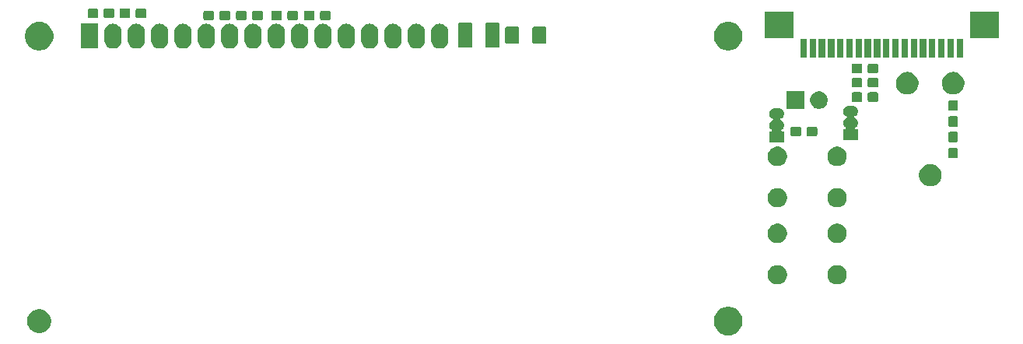
<source format=gbr>
G04 #@! TF.GenerationSoftware,KiCad,Pcbnew,5.1.5+dfsg1-2build2*
G04 #@! TF.CreationDate,2020-07-01T21:43:33+02:00*
G04 #@! TF.ProjectId,BaSe_HMI_V1_1,42615365-5f48-44d4-995f-56315f312e6b,V1_0*
G04 #@! TF.SameCoordinates,Original*
G04 #@! TF.FileFunction,Soldermask,Top*
G04 #@! TF.FilePolarity,Negative*
%FSLAX46Y46*%
G04 Gerber Fmt 4.6, Leading zero omitted, Abs format (unit mm)*
G04 Created by KiCad (PCBNEW 5.1.5+dfsg1-2build2) date 2020-07-01 21:43:33*
%MOMM*%
%LPD*%
G04 APERTURE LIST*
%ADD10C,0.100000*%
G04 APERTURE END LIST*
D10*
G36*
X117802065Y-79479502D02*
G01*
X117951890Y-79509304D01*
X118234154Y-79626221D01*
X118488185Y-79795959D01*
X118704221Y-80011995D01*
X118873959Y-80266026D01*
X118990876Y-80548290D01*
X119050480Y-80847940D01*
X119050480Y-81153460D01*
X118990876Y-81453110D01*
X118873959Y-81735374D01*
X118704221Y-81989405D01*
X118488185Y-82205441D01*
X118234154Y-82375179D01*
X117951890Y-82492096D01*
X117802065Y-82521898D01*
X117652241Y-82551700D01*
X117346719Y-82551700D01*
X117196895Y-82521898D01*
X117047070Y-82492096D01*
X116764806Y-82375179D01*
X116510775Y-82205441D01*
X116294739Y-81989405D01*
X116125001Y-81735374D01*
X116008084Y-81453110D01*
X115948480Y-81153460D01*
X115948480Y-80847940D01*
X116008084Y-80548290D01*
X116125001Y-80266026D01*
X116294739Y-80011995D01*
X116510775Y-79795959D01*
X116764806Y-79626221D01*
X117047070Y-79509304D01*
X117196895Y-79479502D01*
X117346719Y-79449700D01*
X117652241Y-79449700D01*
X117802065Y-79479502D01*
G37*
G36*
X42880387Y-79749696D02*
G01*
X43117153Y-79847768D01*
X43117155Y-79847769D01*
X43186243Y-79893932D01*
X43330239Y-79990147D01*
X43511453Y-80171361D01*
X43653832Y-80384447D01*
X43751904Y-80621213D01*
X43801900Y-80872561D01*
X43801900Y-81128839D01*
X43751904Y-81380187D01*
X43721698Y-81453110D01*
X43653831Y-81616955D01*
X43511453Y-81830039D01*
X43330239Y-82011253D01*
X43117155Y-82153631D01*
X43117154Y-82153632D01*
X43117153Y-82153632D01*
X42880387Y-82251704D01*
X42629039Y-82301700D01*
X42372761Y-82301700D01*
X42121413Y-82251704D01*
X41884647Y-82153632D01*
X41884646Y-82153632D01*
X41884645Y-82153631D01*
X41671561Y-82011253D01*
X41490347Y-81830039D01*
X41347969Y-81616955D01*
X41280102Y-81453110D01*
X41249896Y-81380187D01*
X41199900Y-81128839D01*
X41199900Y-80872561D01*
X41249896Y-80621213D01*
X41347968Y-80384447D01*
X41490347Y-80171361D01*
X41671561Y-79990147D01*
X41815557Y-79893932D01*
X41884645Y-79847769D01*
X41884647Y-79847768D01*
X42121413Y-79749696D01*
X42372761Y-79699700D01*
X42629039Y-79699700D01*
X42880387Y-79749696D01*
G37*
G36*
X129661284Y-74944749D02*
G01*
X129852553Y-75023975D01*
X129852555Y-75023976D01*
X130024693Y-75138995D01*
X130171085Y-75285387D01*
X130286105Y-75457527D01*
X130365331Y-75648796D01*
X130405720Y-75851844D01*
X130405720Y-76058876D01*
X130365331Y-76261924D01*
X130286105Y-76453193D01*
X130286104Y-76453195D01*
X130171085Y-76625333D01*
X130024693Y-76771725D01*
X129852555Y-76886744D01*
X129852554Y-76886745D01*
X129852553Y-76886745D01*
X129661284Y-76965971D01*
X129458236Y-77006360D01*
X129251204Y-77006360D01*
X129048156Y-76965971D01*
X128856887Y-76886745D01*
X128856886Y-76886745D01*
X128856885Y-76886744D01*
X128684747Y-76771725D01*
X128538355Y-76625333D01*
X128423336Y-76453195D01*
X128423335Y-76453193D01*
X128344109Y-76261924D01*
X128303720Y-76058876D01*
X128303720Y-75851844D01*
X128344109Y-75648796D01*
X128423335Y-75457527D01*
X128538355Y-75285387D01*
X128684747Y-75138995D01*
X128856885Y-75023976D01*
X128856887Y-75023975D01*
X129048156Y-74944749D01*
X129251204Y-74904360D01*
X129458236Y-74904360D01*
X129661284Y-74944749D01*
G37*
G36*
X123161284Y-74944749D02*
G01*
X123352553Y-75023975D01*
X123352555Y-75023976D01*
X123524693Y-75138995D01*
X123671085Y-75285387D01*
X123786105Y-75457527D01*
X123865331Y-75648796D01*
X123905720Y-75851844D01*
X123905720Y-76058876D01*
X123865331Y-76261924D01*
X123786105Y-76453193D01*
X123786104Y-76453195D01*
X123671085Y-76625333D01*
X123524693Y-76771725D01*
X123352555Y-76886744D01*
X123352554Y-76886745D01*
X123352553Y-76886745D01*
X123161284Y-76965971D01*
X122958236Y-77006360D01*
X122751204Y-77006360D01*
X122548156Y-76965971D01*
X122356887Y-76886745D01*
X122356886Y-76886745D01*
X122356885Y-76886744D01*
X122184747Y-76771725D01*
X122038355Y-76625333D01*
X121923336Y-76453195D01*
X121923335Y-76453193D01*
X121844109Y-76261924D01*
X121803720Y-76058876D01*
X121803720Y-75851844D01*
X121844109Y-75648796D01*
X121923335Y-75457527D01*
X122038355Y-75285387D01*
X122184747Y-75138995D01*
X122356885Y-75023976D01*
X122356887Y-75023975D01*
X122548156Y-74944749D01*
X122751204Y-74904360D01*
X122958236Y-74904360D01*
X123161284Y-74944749D01*
G37*
G36*
X123161284Y-70444749D02*
G01*
X123352553Y-70523975D01*
X123352555Y-70523976D01*
X123524693Y-70638995D01*
X123671085Y-70785387D01*
X123786105Y-70957527D01*
X123865331Y-71148796D01*
X123905720Y-71351844D01*
X123905720Y-71558876D01*
X123865331Y-71761924D01*
X123786105Y-71953193D01*
X123786104Y-71953195D01*
X123671085Y-72125333D01*
X123524693Y-72271725D01*
X123352555Y-72386744D01*
X123352554Y-72386745D01*
X123352553Y-72386745D01*
X123161284Y-72465971D01*
X122958236Y-72506360D01*
X122751204Y-72506360D01*
X122548156Y-72465971D01*
X122356887Y-72386745D01*
X122356886Y-72386745D01*
X122356885Y-72386744D01*
X122184747Y-72271725D01*
X122038355Y-72125333D01*
X121923336Y-71953195D01*
X121923335Y-71953193D01*
X121844109Y-71761924D01*
X121803720Y-71558876D01*
X121803720Y-71351844D01*
X121844109Y-71148796D01*
X121923335Y-70957527D01*
X122038355Y-70785387D01*
X122184747Y-70638995D01*
X122356885Y-70523976D01*
X122356887Y-70523975D01*
X122548156Y-70444749D01*
X122751204Y-70404360D01*
X122958236Y-70404360D01*
X123161284Y-70444749D01*
G37*
G36*
X129661284Y-70444749D02*
G01*
X129852553Y-70523975D01*
X129852555Y-70523976D01*
X130024693Y-70638995D01*
X130171085Y-70785387D01*
X130286105Y-70957527D01*
X130365331Y-71148796D01*
X130405720Y-71351844D01*
X130405720Y-71558876D01*
X130365331Y-71761924D01*
X130286105Y-71953193D01*
X130286104Y-71953195D01*
X130171085Y-72125333D01*
X130024693Y-72271725D01*
X129852555Y-72386744D01*
X129852554Y-72386745D01*
X129852553Y-72386745D01*
X129661284Y-72465971D01*
X129458236Y-72506360D01*
X129251204Y-72506360D01*
X129048156Y-72465971D01*
X128856887Y-72386745D01*
X128856886Y-72386745D01*
X128856885Y-72386744D01*
X128684747Y-72271725D01*
X128538355Y-72125333D01*
X128423336Y-71953195D01*
X128423335Y-71953193D01*
X128344109Y-71761924D01*
X128303720Y-71558876D01*
X128303720Y-71351844D01*
X128344109Y-71148796D01*
X128423335Y-70957527D01*
X128538355Y-70785387D01*
X128684747Y-70638995D01*
X128856885Y-70523976D01*
X128856887Y-70523975D01*
X129048156Y-70444749D01*
X129251204Y-70404360D01*
X129458236Y-70404360D01*
X129661284Y-70444749D01*
G37*
G36*
X123161284Y-66567749D02*
G01*
X123352553Y-66646975D01*
X123352555Y-66646976D01*
X123524693Y-66761995D01*
X123671085Y-66908387D01*
X123786105Y-67080527D01*
X123865331Y-67271796D01*
X123905720Y-67474844D01*
X123905720Y-67681876D01*
X123865331Y-67884924D01*
X123786105Y-68076193D01*
X123786104Y-68076195D01*
X123671085Y-68248333D01*
X123524693Y-68394725D01*
X123352555Y-68509744D01*
X123352554Y-68509745D01*
X123352553Y-68509745D01*
X123161284Y-68588971D01*
X122958236Y-68629360D01*
X122751204Y-68629360D01*
X122548156Y-68588971D01*
X122356887Y-68509745D01*
X122356886Y-68509745D01*
X122356885Y-68509744D01*
X122184747Y-68394725D01*
X122038355Y-68248333D01*
X121923336Y-68076195D01*
X121923335Y-68076193D01*
X121844109Y-67884924D01*
X121803720Y-67681876D01*
X121803720Y-67474844D01*
X121844109Y-67271796D01*
X121923335Y-67080527D01*
X122038355Y-66908387D01*
X122184747Y-66761995D01*
X122356885Y-66646976D01*
X122356887Y-66646975D01*
X122548156Y-66567749D01*
X122751204Y-66527360D01*
X122958236Y-66527360D01*
X123161284Y-66567749D01*
G37*
G36*
X129661284Y-66567749D02*
G01*
X129852553Y-66646975D01*
X129852555Y-66646976D01*
X130024693Y-66761995D01*
X130171085Y-66908387D01*
X130286105Y-67080527D01*
X130365331Y-67271796D01*
X130405720Y-67474844D01*
X130405720Y-67681876D01*
X130365331Y-67884924D01*
X130286105Y-68076193D01*
X130286104Y-68076195D01*
X130171085Y-68248333D01*
X130024693Y-68394725D01*
X129852555Y-68509744D01*
X129852554Y-68509745D01*
X129852553Y-68509745D01*
X129661284Y-68588971D01*
X129458236Y-68629360D01*
X129251204Y-68629360D01*
X129048156Y-68588971D01*
X128856887Y-68509745D01*
X128856886Y-68509745D01*
X128856885Y-68509744D01*
X128684747Y-68394725D01*
X128538355Y-68248333D01*
X128423336Y-68076195D01*
X128423335Y-68076193D01*
X128344109Y-67884924D01*
X128303720Y-67681876D01*
X128303720Y-67474844D01*
X128344109Y-67271796D01*
X128423335Y-67080527D01*
X128538355Y-66908387D01*
X128684747Y-66761995D01*
X128856885Y-66646976D01*
X128856887Y-66646975D01*
X129048156Y-66567749D01*
X129251204Y-66527360D01*
X129458236Y-66527360D01*
X129661284Y-66567749D01*
G37*
G36*
X139724205Y-63920461D02*
G01*
X139842153Y-63943922D01*
X139934194Y-63982047D01*
X140064359Y-64035963D01*
X140264342Y-64169587D01*
X140434413Y-64339658D01*
X140568037Y-64539641D01*
X140660078Y-64761848D01*
X140707000Y-64997741D01*
X140707000Y-65238259D01*
X140660078Y-65474152D01*
X140568037Y-65696359D01*
X140434413Y-65896342D01*
X140264342Y-66066413D01*
X140064359Y-66200037D01*
X139934194Y-66253953D01*
X139842153Y-66292078D01*
X139724205Y-66315539D01*
X139606259Y-66339000D01*
X139365741Y-66339000D01*
X139247795Y-66315539D01*
X139129847Y-66292078D01*
X139037806Y-66253953D01*
X138907641Y-66200037D01*
X138707658Y-66066413D01*
X138537587Y-65896342D01*
X138403963Y-65696359D01*
X138311922Y-65474152D01*
X138265000Y-65238259D01*
X138265000Y-64997741D01*
X138311922Y-64761848D01*
X138403963Y-64539641D01*
X138537587Y-64339658D01*
X138707658Y-64169587D01*
X138907641Y-64035963D01*
X139037806Y-63982047D01*
X139129847Y-63943922D01*
X139247795Y-63920461D01*
X139365741Y-63897000D01*
X139606259Y-63897000D01*
X139724205Y-63920461D01*
G37*
G36*
X129661284Y-62067749D02*
G01*
X129852553Y-62146975D01*
X129852555Y-62146976D01*
X129942616Y-62207153D01*
X130024693Y-62261995D01*
X130171085Y-62408387D01*
X130286105Y-62580527D01*
X130365331Y-62771796D01*
X130405720Y-62974844D01*
X130405720Y-63181876D01*
X130365331Y-63384924D01*
X130286105Y-63576193D01*
X130286104Y-63576195D01*
X130171085Y-63748333D01*
X130024693Y-63894725D01*
X129852555Y-64009744D01*
X129852554Y-64009745D01*
X129852553Y-64009745D01*
X129661284Y-64088971D01*
X129458236Y-64129360D01*
X129251204Y-64129360D01*
X129048156Y-64088971D01*
X128856887Y-64009745D01*
X128856886Y-64009745D01*
X128856885Y-64009744D01*
X128684747Y-63894725D01*
X128538355Y-63748333D01*
X128423336Y-63576195D01*
X128423335Y-63576193D01*
X128344109Y-63384924D01*
X128303720Y-63181876D01*
X128303720Y-62974844D01*
X128344109Y-62771796D01*
X128423335Y-62580527D01*
X128538355Y-62408387D01*
X128684747Y-62261995D01*
X128766824Y-62207153D01*
X128856885Y-62146976D01*
X128856887Y-62146975D01*
X129048156Y-62067749D01*
X129251204Y-62027360D01*
X129458236Y-62027360D01*
X129661284Y-62067749D01*
G37*
G36*
X123161284Y-62067749D02*
G01*
X123352553Y-62146975D01*
X123352555Y-62146976D01*
X123442616Y-62207153D01*
X123524693Y-62261995D01*
X123671085Y-62408387D01*
X123786105Y-62580527D01*
X123865331Y-62771796D01*
X123905720Y-62974844D01*
X123905720Y-63181876D01*
X123865331Y-63384924D01*
X123786105Y-63576193D01*
X123786104Y-63576195D01*
X123671085Y-63748333D01*
X123524693Y-63894725D01*
X123352555Y-64009744D01*
X123352554Y-64009745D01*
X123352553Y-64009745D01*
X123161284Y-64088971D01*
X122958236Y-64129360D01*
X122751204Y-64129360D01*
X122548156Y-64088971D01*
X122356887Y-64009745D01*
X122356886Y-64009745D01*
X122356885Y-64009744D01*
X122184747Y-63894725D01*
X122038355Y-63748333D01*
X121923336Y-63576195D01*
X121923335Y-63576193D01*
X121844109Y-63384924D01*
X121803720Y-63181876D01*
X121803720Y-62974844D01*
X121844109Y-62771796D01*
X121923335Y-62580527D01*
X122038355Y-62408387D01*
X122184747Y-62261995D01*
X122266824Y-62207153D01*
X122356885Y-62146976D01*
X122356887Y-62146975D01*
X122548156Y-62067749D01*
X122751204Y-62027360D01*
X122958236Y-62027360D01*
X123161284Y-62067749D01*
G37*
G36*
X142350499Y-62152445D02*
G01*
X142387995Y-62163820D01*
X142422554Y-62182292D01*
X142452847Y-62207153D01*
X142477708Y-62237446D01*
X142496180Y-62272005D01*
X142507555Y-62309501D01*
X142512000Y-62354638D01*
X142512000Y-63093362D01*
X142507555Y-63138499D01*
X142496180Y-63175995D01*
X142477708Y-63210554D01*
X142452847Y-63240847D01*
X142422554Y-63265708D01*
X142387995Y-63284180D01*
X142350499Y-63295555D01*
X142305362Y-63300000D01*
X141666638Y-63300000D01*
X141621501Y-63295555D01*
X141584005Y-63284180D01*
X141549446Y-63265708D01*
X141519153Y-63240847D01*
X141494292Y-63210554D01*
X141475820Y-63175995D01*
X141464445Y-63138499D01*
X141460000Y-63093362D01*
X141460000Y-62354638D01*
X141464445Y-62309501D01*
X141475820Y-62272005D01*
X141494292Y-62237446D01*
X141519153Y-62207153D01*
X141549446Y-62182292D01*
X141584005Y-62163820D01*
X141621501Y-62152445D01*
X141666638Y-62148000D01*
X142305362Y-62148000D01*
X142350499Y-62152445D01*
G37*
G36*
X142350499Y-60402445D02*
G01*
X142387995Y-60413820D01*
X142422554Y-60432292D01*
X142452847Y-60457153D01*
X142477708Y-60487446D01*
X142496180Y-60522005D01*
X142507555Y-60559501D01*
X142512000Y-60604638D01*
X142512000Y-61343362D01*
X142507555Y-61388499D01*
X142496180Y-61425995D01*
X142477708Y-61460554D01*
X142452847Y-61490847D01*
X142422554Y-61515708D01*
X142387995Y-61534180D01*
X142350499Y-61545555D01*
X142305362Y-61550000D01*
X141666638Y-61550000D01*
X141621501Y-61545555D01*
X141584005Y-61534180D01*
X141549446Y-61515708D01*
X141519153Y-61490847D01*
X141494292Y-61460554D01*
X141475820Y-61425995D01*
X141464445Y-61388499D01*
X141460000Y-61343362D01*
X141460000Y-60604638D01*
X141464445Y-60559501D01*
X141475820Y-60522005D01*
X141494292Y-60487446D01*
X141519153Y-60457153D01*
X141549446Y-60432292D01*
X141584005Y-60413820D01*
X141621501Y-60402445D01*
X141666638Y-60398000D01*
X142305362Y-60398000D01*
X142350499Y-60402445D01*
G37*
G36*
X123107916Y-57852334D02*
G01*
X123216492Y-57885271D01*
X123216495Y-57885272D01*
X123252601Y-57904571D01*
X123316557Y-57938756D01*
X123404264Y-58010736D01*
X123476244Y-58098443D01*
X123510429Y-58162399D01*
X123529728Y-58198505D01*
X123529729Y-58198508D01*
X123562666Y-58307084D01*
X123573787Y-58420000D01*
X123562666Y-58532916D01*
X123529729Y-58641492D01*
X123529728Y-58641495D01*
X123526655Y-58647244D01*
X123476244Y-58741557D01*
X123404264Y-58829264D01*
X123316557Y-58901244D01*
X123235141Y-58944761D01*
X123214766Y-58958375D01*
X123197439Y-58975702D01*
X123183826Y-58996076D01*
X123174448Y-59018715D01*
X123169668Y-59042748D01*
X123169668Y-59067252D01*
X123174448Y-59091285D01*
X123183826Y-59113924D01*
X123197440Y-59134299D01*
X123214767Y-59151626D01*
X123235141Y-59165239D01*
X123316557Y-59208756D01*
X123404264Y-59280736D01*
X123476244Y-59368443D01*
X123510429Y-59432399D01*
X123529728Y-59468505D01*
X123529729Y-59468508D01*
X123562666Y-59577084D01*
X123573787Y-59690000D01*
X123562666Y-59802916D01*
X123529729Y-59911492D01*
X123529728Y-59911495D01*
X123516867Y-59935555D01*
X123476244Y-60011557D01*
X123404264Y-60099264D01*
X123327354Y-60162383D01*
X123310035Y-60179702D01*
X123296421Y-60200077D01*
X123287043Y-60222716D01*
X123282263Y-60246749D01*
X123282263Y-60271253D01*
X123287043Y-60295286D01*
X123296421Y-60317925D01*
X123310034Y-60338299D01*
X123327361Y-60355626D01*
X123347736Y-60369240D01*
X123370375Y-60378618D01*
X123394408Y-60383398D01*
X123406660Y-60384000D01*
X123571000Y-60384000D01*
X123571000Y-61536000D01*
X121969000Y-61536000D01*
X121969000Y-60384000D01*
X122133340Y-60384000D01*
X122157726Y-60381598D01*
X122181175Y-60374485D01*
X122202786Y-60362934D01*
X122221728Y-60347389D01*
X122237273Y-60328447D01*
X122248824Y-60306836D01*
X122255937Y-60283387D01*
X122258339Y-60259001D01*
X122255937Y-60234615D01*
X122248824Y-60211166D01*
X122237273Y-60189555D01*
X122221728Y-60170613D01*
X122212655Y-60162391D01*
X122135736Y-60099264D01*
X122063756Y-60011557D01*
X122023133Y-59935555D01*
X122010272Y-59911495D01*
X122010271Y-59911492D01*
X121977334Y-59802916D01*
X121966213Y-59690000D01*
X121977334Y-59577084D01*
X122010271Y-59468508D01*
X122010272Y-59468505D01*
X122029571Y-59432399D01*
X122063756Y-59368443D01*
X122135736Y-59280736D01*
X122223443Y-59208756D01*
X122304859Y-59165239D01*
X122325234Y-59151625D01*
X122342561Y-59134298D01*
X122356174Y-59113924D01*
X122365552Y-59091285D01*
X122370332Y-59067252D01*
X122370332Y-59042748D01*
X122365552Y-59018715D01*
X122356174Y-58996076D01*
X122342560Y-58975701D01*
X122325233Y-58958374D01*
X122304859Y-58944761D01*
X122223443Y-58901244D01*
X122135736Y-58829264D01*
X122063756Y-58741557D01*
X122013345Y-58647244D01*
X122010272Y-58641495D01*
X122010271Y-58641492D01*
X121977334Y-58532916D01*
X121966213Y-58420000D01*
X121977334Y-58307084D01*
X122010271Y-58198508D01*
X122010272Y-58198505D01*
X122029571Y-58162399D01*
X122063756Y-58098443D01*
X122135736Y-58010736D01*
X122223443Y-57938756D01*
X122287399Y-57904571D01*
X122323505Y-57885272D01*
X122323508Y-57885271D01*
X122432084Y-57852334D01*
X122516702Y-57844000D01*
X123023298Y-57844000D01*
X123107916Y-57852334D01*
G37*
G36*
X131147916Y-57598334D02*
G01*
X131256492Y-57631271D01*
X131256495Y-57631272D01*
X131292601Y-57650571D01*
X131356557Y-57684756D01*
X131444264Y-57756736D01*
X131516244Y-57844443D01*
X131538067Y-57885272D01*
X131569728Y-57944505D01*
X131569729Y-57944508D01*
X131602666Y-58053084D01*
X131613787Y-58166000D01*
X131602666Y-58278916D01*
X131569729Y-58387492D01*
X131569728Y-58387495D01*
X131552353Y-58420000D01*
X131516244Y-58487557D01*
X131444264Y-58575264D01*
X131356557Y-58647244D01*
X131275141Y-58690761D01*
X131254766Y-58704375D01*
X131237439Y-58721702D01*
X131223826Y-58742076D01*
X131214448Y-58764715D01*
X131209668Y-58788748D01*
X131209668Y-58813252D01*
X131214448Y-58837285D01*
X131223826Y-58859924D01*
X131237440Y-58880299D01*
X131254767Y-58897626D01*
X131275141Y-58911239D01*
X131356557Y-58954756D01*
X131444264Y-59026736D01*
X131516244Y-59114443D01*
X131550429Y-59178399D01*
X131569728Y-59214505D01*
X131569729Y-59214508D01*
X131602666Y-59323084D01*
X131613787Y-59436000D01*
X131602666Y-59548916D01*
X131569729Y-59657492D01*
X131569728Y-59657495D01*
X131568758Y-59659309D01*
X131516244Y-59757557D01*
X131444264Y-59845264D01*
X131367354Y-59908383D01*
X131350035Y-59925702D01*
X131336421Y-59946077D01*
X131327043Y-59968716D01*
X131322263Y-59992749D01*
X131322263Y-60017253D01*
X131327043Y-60041286D01*
X131336421Y-60063925D01*
X131350034Y-60084299D01*
X131367361Y-60101626D01*
X131387736Y-60115240D01*
X131410375Y-60124618D01*
X131434408Y-60129398D01*
X131446660Y-60130000D01*
X131611000Y-60130000D01*
X131611000Y-61282000D01*
X130009000Y-61282000D01*
X130009000Y-60130000D01*
X130173340Y-60130000D01*
X130197726Y-60127598D01*
X130221175Y-60120485D01*
X130242786Y-60108934D01*
X130261728Y-60093389D01*
X130277273Y-60074447D01*
X130288824Y-60052836D01*
X130295937Y-60029387D01*
X130298339Y-60005001D01*
X130295937Y-59980615D01*
X130288824Y-59957166D01*
X130277273Y-59935555D01*
X130261728Y-59916613D01*
X130252655Y-59908391D01*
X130175736Y-59845264D01*
X130103756Y-59757557D01*
X130051242Y-59659309D01*
X130050272Y-59657495D01*
X130050271Y-59657492D01*
X130017334Y-59548916D01*
X130006213Y-59436000D01*
X130017334Y-59323084D01*
X130050271Y-59214508D01*
X130050272Y-59214505D01*
X130069571Y-59178399D01*
X130103756Y-59114443D01*
X130175736Y-59026736D01*
X130263443Y-58954756D01*
X130344859Y-58911239D01*
X130365234Y-58897625D01*
X130382561Y-58880298D01*
X130396174Y-58859924D01*
X130405552Y-58837285D01*
X130410332Y-58813252D01*
X130410332Y-58788748D01*
X130405552Y-58764715D01*
X130396174Y-58742076D01*
X130382560Y-58721701D01*
X130365233Y-58704374D01*
X130344859Y-58690761D01*
X130263443Y-58647244D01*
X130175736Y-58575264D01*
X130103756Y-58487557D01*
X130067647Y-58420000D01*
X130050272Y-58387495D01*
X130050271Y-58387492D01*
X130017334Y-58278916D01*
X130006213Y-58166000D01*
X130017334Y-58053084D01*
X130050271Y-57944508D01*
X130050272Y-57944505D01*
X130081933Y-57885272D01*
X130103756Y-57844443D01*
X130175736Y-57756736D01*
X130263443Y-57684756D01*
X130327399Y-57650571D01*
X130363505Y-57631272D01*
X130363508Y-57631271D01*
X130472084Y-57598334D01*
X130556702Y-57590000D01*
X131063298Y-57590000D01*
X131147916Y-57598334D01*
G37*
G36*
X125279499Y-59858445D02*
G01*
X125316995Y-59869820D01*
X125351554Y-59888292D01*
X125381847Y-59913153D01*
X125406708Y-59943446D01*
X125425180Y-59978005D01*
X125436555Y-60015501D01*
X125441000Y-60060638D01*
X125441000Y-60699362D01*
X125436555Y-60744499D01*
X125425180Y-60781995D01*
X125406708Y-60816554D01*
X125381847Y-60846847D01*
X125351554Y-60871708D01*
X125316995Y-60890180D01*
X125279499Y-60901555D01*
X125234362Y-60906000D01*
X124495638Y-60906000D01*
X124450501Y-60901555D01*
X124413005Y-60890180D01*
X124378446Y-60871708D01*
X124348153Y-60846847D01*
X124323292Y-60816554D01*
X124304820Y-60781995D01*
X124293445Y-60744499D01*
X124289000Y-60699362D01*
X124289000Y-60060638D01*
X124293445Y-60015501D01*
X124304820Y-59978005D01*
X124323292Y-59943446D01*
X124348153Y-59913153D01*
X124378446Y-59888292D01*
X124413005Y-59869820D01*
X124450501Y-59858445D01*
X124495638Y-59854000D01*
X125234362Y-59854000D01*
X125279499Y-59858445D01*
G37*
G36*
X127029499Y-59858445D02*
G01*
X127066995Y-59869820D01*
X127101554Y-59888292D01*
X127131847Y-59913153D01*
X127156708Y-59943446D01*
X127175180Y-59978005D01*
X127186555Y-60015501D01*
X127191000Y-60060638D01*
X127191000Y-60699362D01*
X127186555Y-60744499D01*
X127175180Y-60781995D01*
X127156708Y-60816554D01*
X127131847Y-60846847D01*
X127101554Y-60871708D01*
X127066995Y-60890180D01*
X127029499Y-60901555D01*
X126984362Y-60906000D01*
X126245638Y-60906000D01*
X126200501Y-60901555D01*
X126163005Y-60890180D01*
X126128446Y-60871708D01*
X126098153Y-60846847D01*
X126073292Y-60816554D01*
X126054820Y-60781995D01*
X126043445Y-60744499D01*
X126039000Y-60699362D01*
X126039000Y-60060638D01*
X126043445Y-60015501D01*
X126054820Y-59978005D01*
X126073292Y-59943446D01*
X126098153Y-59913153D01*
X126128446Y-59888292D01*
X126163005Y-59869820D01*
X126200501Y-59858445D01*
X126245638Y-59854000D01*
X126984362Y-59854000D01*
X127029499Y-59858445D01*
G37*
G36*
X142350499Y-58723445D02*
G01*
X142387995Y-58734820D01*
X142422554Y-58753292D01*
X142452847Y-58778153D01*
X142477708Y-58808446D01*
X142496180Y-58843005D01*
X142507555Y-58880501D01*
X142512000Y-58925638D01*
X142512000Y-59664362D01*
X142507555Y-59709499D01*
X142496180Y-59746995D01*
X142477708Y-59781554D01*
X142452847Y-59811847D01*
X142422554Y-59836708D01*
X142387995Y-59855180D01*
X142350499Y-59866555D01*
X142305362Y-59871000D01*
X141666638Y-59871000D01*
X141621501Y-59866555D01*
X141584005Y-59855180D01*
X141549446Y-59836708D01*
X141519153Y-59811847D01*
X141494292Y-59781554D01*
X141475820Y-59746995D01*
X141464445Y-59709499D01*
X141460000Y-59664362D01*
X141460000Y-58925638D01*
X141464445Y-58880501D01*
X141475820Y-58843005D01*
X141494292Y-58808446D01*
X141519153Y-58778153D01*
X141549446Y-58753292D01*
X141584005Y-58734820D01*
X141621501Y-58723445D01*
X141666638Y-58719000D01*
X142305362Y-58719000D01*
X142350499Y-58723445D01*
G37*
G36*
X142350499Y-56973445D02*
G01*
X142387995Y-56984820D01*
X142422554Y-57003292D01*
X142452847Y-57028153D01*
X142477708Y-57058446D01*
X142496180Y-57093005D01*
X142507555Y-57130501D01*
X142512000Y-57175638D01*
X142512000Y-57914362D01*
X142507555Y-57959499D01*
X142496180Y-57996995D01*
X142477708Y-58031554D01*
X142452847Y-58061847D01*
X142422554Y-58086708D01*
X142387995Y-58105180D01*
X142350499Y-58116555D01*
X142305362Y-58121000D01*
X141666638Y-58121000D01*
X141621501Y-58116555D01*
X141584005Y-58105180D01*
X141549446Y-58086708D01*
X141519153Y-58061847D01*
X141494292Y-58031554D01*
X141475820Y-57996995D01*
X141464445Y-57959499D01*
X141460000Y-57914362D01*
X141460000Y-57175638D01*
X141464445Y-57130501D01*
X141475820Y-57093005D01*
X141494292Y-57058446D01*
X141519153Y-57028153D01*
X141549446Y-57003292D01*
X141584005Y-56984820D01*
X141621501Y-56973445D01*
X141666638Y-56969000D01*
X142305362Y-56969000D01*
X142350499Y-56973445D01*
G37*
G36*
X127650775Y-56045046D02*
G01*
X127823846Y-56116734D01*
X127871122Y-56148323D01*
X127979607Y-56220810D01*
X128112070Y-56353273D01*
X128112071Y-56353275D01*
X128216146Y-56509034D01*
X128287834Y-56682105D01*
X128324380Y-56865833D01*
X128324380Y-57053167D01*
X128287834Y-57236895D01*
X128216146Y-57409966D01*
X128216145Y-57409967D01*
X128112070Y-57565727D01*
X127979607Y-57698190D01*
X127901198Y-57750581D01*
X127823846Y-57802266D01*
X127650775Y-57873954D01*
X127467047Y-57910500D01*
X127279713Y-57910500D01*
X127095985Y-57873954D01*
X126922914Y-57802266D01*
X126845562Y-57750581D01*
X126767153Y-57698190D01*
X126634690Y-57565727D01*
X126530615Y-57409967D01*
X126530614Y-57409966D01*
X126458926Y-57236895D01*
X126422380Y-57053167D01*
X126422380Y-56865833D01*
X126458926Y-56682105D01*
X126530614Y-56509034D01*
X126634689Y-56353275D01*
X126634690Y-56353273D01*
X126767153Y-56220810D01*
X126875638Y-56148323D01*
X126922914Y-56116734D01*
X127095985Y-56045046D01*
X127279713Y-56008500D01*
X127467047Y-56008500D01*
X127650775Y-56045046D01*
G37*
G36*
X125784380Y-57910500D02*
G01*
X123882380Y-57910500D01*
X123882380Y-56008500D01*
X125784380Y-56008500D01*
X125784380Y-57910500D01*
G37*
G36*
X133669499Y-56108445D02*
G01*
X133706995Y-56119820D01*
X133741554Y-56138292D01*
X133771847Y-56163153D01*
X133796708Y-56193446D01*
X133815180Y-56228005D01*
X133826555Y-56265501D01*
X133831000Y-56310638D01*
X133831000Y-56949362D01*
X133826555Y-56994499D01*
X133815180Y-57031995D01*
X133796708Y-57066554D01*
X133771847Y-57096847D01*
X133741554Y-57121708D01*
X133706995Y-57140180D01*
X133669499Y-57151555D01*
X133624362Y-57156000D01*
X132885638Y-57156000D01*
X132840501Y-57151555D01*
X132803005Y-57140180D01*
X132768446Y-57121708D01*
X132738153Y-57096847D01*
X132713292Y-57066554D01*
X132694820Y-57031995D01*
X132683445Y-56994499D01*
X132679000Y-56949362D01*
X132679000Y-56310638D01*
X132683445Y-56265501D01*
X132694820Y-56228005D01*
X132713292Y-56193446D01*
X132738153Y-56163153D01*
X132768446Y-56138292D01*
X132803005Y-56119820D01*
X132840501Y-56108445D01*
X132885638Y-56104000D01*
X133624362Y-56104000D01*
X133669499Y-56108445D01*
G37*
G36*
X131919499Y-56108445D02*
G01*
X131956995Y-56119820D01*
X131991554Y-56138292D01*
X132021847Y-56163153D01*
X132046708Y-56193446D01*
X132065180Y-56228005D01*
X132076555Y-56265501D01*
X132081000Y-56310638D01*
X132081000Y-56949362D01*
X132076555Y-56994499D01*
X132065180Y-57031995D01*
X132046708Y-57066554D01*
X132021847Y-57096847D01*
X131991554Y-57121708D01*
X131956995Y-57140180D01*
X131919499Y-57151555D01*
X131874362Y-57156000D01*
X131135638Y-57156000D01*
X131090501Y-57151555D01*
X131053005Y-57140180D01*
X131018446Y-57121708D01*
X130988153Y-57096847D01*
X130963292Y-57066554D01*
X130944820Y-57031995D01*
X130933445Y-56994499D01*
X130929000Y-56949362D01*
X130929000Y-56310638D01*
X130933445Y-56265501D01*
X130944820Y-56228005D01*
X130963292Y-56193446D01*
X130988153Y-56163153D01*
X131018446Y-56138292D01*
X131053005Y-56119820D01*
X131090501Y-56108445D01*
X131135638Y-56104000D01*
X131874362Y-56104000D01*
X131919499Y-56108445D01*
G37*
G36*
X142181644Y-53911995D02*
G01*
X142342153Y-53943922D01*
X142378479Y-53958969D01*
X142564359Y-54035963D01*
X142764342Y-54169587D01*
X142934413Y-54339658D01*
X143068037Y-54539641D01*
X143094344Y-54603153D01*
X143160078Y-54761847D01*
X143207000Y-54997742D01*
X143207000Y-55238258D01*
X143160078Y-55474153D01*
X143146657Y-55506554D01*
X143068037Y-55696359D01*
X142934413Y-55896342D01*
X142764342Y-56066413D01*
X142564359Y-56200037D01*
X142434194Y-56253953D01*
X142342153Y-56292078D01*
X142248845Y-56310638D01*
X142106259Y-56339000D01*
X141865741Y-56339000D01*
X141723155Y-56310638D01*
X141629847Y-56292078D01*
X141537806Y-56253953D01*
X141407641Y-56200037D01*
X141207658Y-56066413D01*
X141037587Y-55896342D01*
X140903963Y-55696359D01*
X140825343Y-55506554D01*
X140811922Y-55474153D01*
X140765000Y-55238258D01*
X140765000Y-54997742D01*
X140811922Y-54761847D01*
X140877656Y-54603153D01*
X140903963Y-54539641D01*
X141037587Y-54339658D01*
X141207658Y-54169587D01*
X141407641Y-54035963D01*
X141593521Y-53958969D01*
X141629847Y-53943922D01*
X141790356Y-53911995D01*
X141865741Y-53897000D01*
X142106259Y-53897000D01*
X142181644Y-53911995D01*
G37*
G36*
X137181644Y-53911995D02*
G01*
X137342153Y-53943922D01*
X137378479Y-53958969D01*
X137564359Y-54035963D01*
X137764342Y-54169587D01*
X137934413Y-54339658D01*
X138068037Y-54539641D01*
X138094344Y-54603153D01*
X138160078Y-54761847D01*
X138207000Y-54997742D01*
X138207000Y-55238258D01*
X138160078Y-55474153D01*
X138146657Y-55506554D01*
X138068037Y-55696359D01*
X137934413Y-55896342D01*
X137764342Y-56066413D01*
X137564359Y-56200037D01*
X137434194Y-56253953D01*
X137342153Y-56292078D01*
X137248845Y-56310638D01*
X137106259Y-56339000D01*
X136865741Y-56339000D01*
X136723155Y-56310638D01*
X136629847Y-56292078D01*
X136537806Y-56253953D01*
X136407641Y-56200037D01*
X136207658Y-56066413D01*
X136037587Y-55896342D01*
X135903963Y-55696359D01*
X135825343Y-55506554D01*
X135811922Y-55474153D01*
X135765000Y-55238258D01*
X135765000Y-54997742D01*
X135811922Y-54761847D01*
X135877656Y-54603153D01*
X135903963Y-54539641D01*
X136037587Y-54339658D01*
X136207658Y-54169587D01*
X136407641Y-54035963D01*
X136593521Y-53958969D01*
X136629847Y-53943922D01*
X136790356Y-53911995D01*
X136865741Y-53897000D01*
X137106259Y-53897000D01*
X137181644Y-53911995D01*
G37*
G36*
X133669499Y-54548445D02*
G01*
X133706995Y-54559820D01*
X133741554Y-54578292D01*
X133771847Y-54603153D01*
X133796708Y-54633446D01*
X133815180Y-54668005D01*
X133826555Y-54705501D01*
X133831000Y-54750638D01*
X133831000Y-55389362D01*
X133826555Y-55434499D01*
X133815180Y-55471995D01*
X133796708Y-55506554D01*
X133771847Y-55536847D01*
X133741554Y-55561708D01*
X133706995Y-55580180D01*
X133669499Y-55591555D01*
X133624362Y-55596000D01*
X132885638Y-55596000D01*
X132840501Y-55591555D01*
X132803005Y-55580180D01*
X132768446Y-55561708D01*
X132738153Y-55536847D01*
X132713292Y-55506554D01*
X132694820Y-55471995D01*
X132683445Y-55434499D01*
X132679000Y-55389362D01*
X132679000Y-54750638D01*
X132683445Y-54705501D01*
X132694820Y-54668005D01*
X132713292Y-54633446D01*
X132738153Y-54603153D01*
X132768446Y-54578292D01*
X132803005Y-54559820D01*
X132840501Y-54548445D01*
X132885638Y-54544000D01*
X133624362Y-54544000D01*
X133669499Y-54548445D01*
G37*
G36*
X131919499Y-54548445D02*
G01*
X131956995Y-54559820D01*
X131991554Y-54578292D01*
X132021847Y-54603153D01*
X132046708Y-54633446D01*
X132065180Y-54668005D01*
X132076555Y-54705501D01*
X132081000Y-54750638D01*
X132081000Y-55389362D01*
X132076555Y-55434499D01*
X132065180Y-55471995D01*
X132046708Y-55506554D01*
X132021847Y-55536847D01*
X131991554Y-55561708D01*
X131956995Y-55580180D01*
X131919499Y-55591555D01*
X131874362Y-55596000D01*
X131135638Y-55596000D01*
X131090501Y-55591555D01*
X131053005Y-55580180D01*
X131018446Y-55561708D01*
X130988153Y-55536847D01*
X130963292Y-55506554D01*
X130944820Y-55471995D01*
X130933445Y-55434499D01*
X130929000Y-55389362D01*
X130929000Y-54750638D01*
X130933445Y-54705501D01*
X130944820Y-54668005D01*
X130963292Y-54633446D01*
X130988153Y-54603153D01*
X131018446Y-54578292D01*
X131053005Y-54559820D01*
X131090501Y-54548445D01*
X131135638Y-54544000D01*
X131874362Y-54544000D01*
X131919499Y-54548445D01*
G37*
G36*
X133669499Y-52988445D02*
G01*
X133706995Y-52999820D01*
X133741554Y-53018292D01*
X133771847Y-53043153D01*
X133796708Y-53073446D01*
X133815180Y-53108005D01*
X133826555Y-53145501D01*
X133831000Y-53190638D01*
X133831000Y-53829362D01*
X133826555Y-53874499D01*
X133815180Y-53911995D01*
X133796708Y-53946554D01*
X133771847Y-53976847D01*
X133741554Y-54001708D01*
X133706995Y-54020180D01*
X133669499Y-54031555D01*
X133624362Y-54036000D01*
X132885638Y-54036000D01*
X132840501Y-54031555D01*
X132803005Y-54020180D01*
X132768446Y-54001708D01*
X132738153Y-53976847D01*
X132713292Y-53946554D01*
X132694820Y-53911995D01*
X132683445Y-53874499D01*
X132679000Y-53829362D01*
X132679000Y-53190638D01*
X132683445Y-53145501D01*
X132694820Y-53108005D01*
X132713292Y-53073446D01*
X132738153Y-53043153D01*
X132768446Y-53018292D01*
X132803005Y-52999820D01*
X132840501Y-52988445D01*
X132885638Y-52984000D01*
X133624362Y-52984000D01*
X133669499Y-52988445D01*
G37*
G36*
X131919499Y-52988445D02*
G01*
X131956995Y-52999820D01*
X131991554Y-53018292D01*
X132021847Y-53043153D01*
X132046708Y-53073446D01*
X132065180Y-53108005D01*
X132076555Y-53145501D01*
X132081000Y-53190638D01*
X132081000Y-53829362D01*
X132076555Y-53874499D01*
X132065180Y-53911995D01*
X132046708Y-53946554D01*
X132021847Y-53976847D01*
X131991554Y-54001708D01*
X131956995Y-54020180D01*
X131919499Y-54031555D01*
X131874362Y-54036000D01*
X131135638Y-54036000D01*
X131090501Y-54031555D01*
X131053005Y-54020180D01*
X131018446Y-54001708D01*
X130988153Y-53976847D01*
X130963292Y-53946554D01*
X130944820Y-53911995D01*
X130933445Y-53874499D01*
X130929000Y-53829362D01*
X130929000Y-53190638D01*
X130933445Y-53145501D01*
X130944820Y-53108005D01*
X130963292Y-53073446D01*
X130988153Y-53043153D01*
X131018446Y-53018292D01*
X131053005Y-52999820D01*
X131090501Y-52988445D01*
X131135638Y-52984000D01*
X131874362Y-52984000D01*
X131919499Y-52988445D01*
G37*
G36*
X133053400Y-52334400D02*
G01*
X132351400Y-52334400D01*
X132351400Y-50332400D01*
X133053400Y-50332400D01*
X133053400Y-52334400D01*
G37*
G36*
X132053400Y-52334400D02*
G01*
X131351400Y-52334400D01*
X131351400Y-50332400D01*
X132053400Y-50332400D01*
X132053400Y-52334400D01*
G37*
G36*
X131053400Y-52334400D02*
G01*
X130351400Y-52334400D01*
X130351400Y-50332400D01*
X131053400Y-50332400D01*
X131053400Y-52334400D01*
G37*
G36*
X130053400Y-52334400D02*
G01*
X129351400Y-52334400D01*
X129351400Y-50332400D01*
X130053400Y-50332400D01*
X130053400Y-52334400D01*
G37*
G36*
X129053400Y-52334400D02*
G01*
X128351400Y-52334400D01*
X128351400Y-50332400D01*
X129053400Y-50332400D01*
X129053400Y-52334400D01*
G37*
G36*
X128053400Y-52334400D02*
G01*
X127351400Y-52334400D01*
X127351400Y-50332400D01*
X128053400Y-50332400D01*
X128053400Y-52334400D01*
G37*
G36*
X127053400Y-52334400D02*
G01*
X126351400Y-52334400D01*
X126351400Y-50332400D01*
X127053400Y-50332400D01*
X127053400Y-52334400D01*
G37*
G36*
X126053400Y-52334400D02*
G01*
X125351400Y-52334400D01*
X125351400Y-50332400D01*
X126053400Y-50332400D01*
X126053400Y-52334400D01*
G37*
G36*
X143053400Y-52334400D02*
G01*
X142351400Y-52334400D01*
X142351400Y-50332400D01*
X143053400Y-50332400D01*
X143053400Y-52334400D01*
G37*
G36*
X135053400Y-52334400D02*
G01*
X134351400Y-52334400D01*
X134351400Y-50332400D01*
X135053400Y-50332400D01*
X135053400Y-52334400D01*
G37*
G36*
X136053400Y-52334400D02*
G01*
X135351400Y-52334400D01*
X135351400Y-50332400D01*
X136053400Y-50332400D01*
X136053400Y-52334400D01*
G37*
G36*
X137053400Y-52334400D02*
G01*
X136351400Y-52334400D01*
X136351400Y-50332400D01*
X137053400Y-50332400D01*
X137053400Y-52334400D01*
G37*
G36*
X139053400Y-52334400D02*
G01*
X138351400Y-52334400D01*
X138351400Y-50332400D01*
X139053400Y-50332400D01*
X139053400Y-52334400D01*
G37*
G36*
X140053400Y-52334400D02*
G01*
X139351400Y-52334400D01*
X139351400Y-50332400D01*
X140053400Y-50332400D01*
X140053400Y-52334400D01*
G37*
G36*
X141053400Y-52334400D02*
G01*
X140351400Y-52334400D01*
X140351400Y-50332400D01*
X141053400Y-50332400D01*
X141053400Y-52334400D01*
G37*
G36*
X138053400Y-52334400D02*
G01*
X137351400Y-52334400D01*
X137351400Y-50332400D01*
X138053400Y-50332400D01*
X138053400Y-52334400D01*
G37*
G36*
X142053400Y-52334400D02*
G01*
X141351400Y-52334400D01*
X141351400Y-50332400D01*
X142053400Y-50332400D01*
X142053400Y-52334400D01*
G37*
G36*
X134053400Y-52334400D02*
G01*
X133351400Y-52334400D01*
X133351400Y-50332400D01*
X134053400Y-50332400D01*
X134053400Y-52334400D01*
G37*
G36*
X117802585Y-48478802D02*
G01*
X117952410Y-48508604D01*
X118234674Y-48625521D01*
X118488705Y-48795259D01*
X118704741Y-49011295D01*
X118874479Y-49265326D01*
X118991396Y-49547590D01*
X119051000Y-49847240D01*
X119051000Y-50152760D01*
X118991396Y-50452410D01*
X118874479Y-50734674D01*
X118704741Y-50988705D01*
X118488705Y-51204741D01*
X118234674Y-51374479D01*
X117952410Y-51491396D01*
X117802585Y-51521198D01*
X117652761Y-51551000D01*
X117347239Y-51551000D01*
X117197415Y-51521198D01*
X117047590Y-51491396D01*
X116765326Y-51374479D01*
X116511295Y-51204741D01*
X116295259Y-50988705D01*
X116125521Y-50734674D01*
X116008604Y-50452410D01*
X115949000Y-50152760D01*
X115949000Y-49847240D01*
X116008604Y-49547590D01*
X116125521Y-49265326D01*
X116295259Y-49011295D01*
X116511295Y-48795259D01*
X116765326Y-48625521D01*
X117047590Y-48508604D01*
X117197415Y-48478802D01*
X117347239Y-48449000D01*
X117652761Y-48449000D01*
X117802585Y-48478802D01*
G37*
G36*
X42803485Y-48478802D02*
G01*
X42953310Y-48508604D01*
X43235574Y-48625521D01*
X43489605Y-48795259D01*
X43705641Y-49011295D01*
X43875379Y-49265326D01*
X43992296Y-49547590D01*
X44051900Y-49847240D01*
X44051900Y-50152760D01*
X43992296Y-50452410D01*
X43875379Y-50734674D01*
X43705641Y-50988705D01*
X43489605Y-51204741D01*
X43235574Y-51374479D01*
X42953310Y-51491396D01*
X42803485Y-51521198D01*
X42653661Y-51551000D01*
X42348139Y-51551000D01*
X42198315Y-51521198D01*
X42048490Y-51491396D01*
X41766226Y-51374479D01*
X41512195Y-51204741D01*
X41296159Y-50988705D01*
X41126421Y-50734674D01*
X41009504Y-50452410D01*
X40949900Y-50152760D01*
X40949900Y-49847240D01*
X41009504Y-49547590D01*
X41126421Y-49265326D01*
X41296159Y-49011295D01*
X41512195Y-48795259D01*
X41766226Y-48625521D01*
X42048490Y-48508604D01*
X42198315Y-48478802D01*
X42348139Y-48449000D01*
X42653661Y-48449000D01*
X42803485Y-48478802D01*
G37*
G36*
X86286424Y-48662760D02*
G01*
X86286427Y-48662761D01*
X86286428Y-48662761D01*
X86465692Y-48717140D01*
X86465695Y-48717142D01*
X86465696Y-48717142D01*
X86630903Y-48805446D01*
X86775712Y-48924288D01*
X86894554Y-49069097D01*
X86965348Y-49201544D01*
X86982860Y-49234307D01*
X87002832Y-49300147D01*
X87037240Y-49413575D01*
X87051000Y-49553282D01*
X87051000Y-50446717D01*
X87037240Y-50586426D01*
X87037239Y-50586429D01*
X86985335Y-50757535D01*
X86982859Y-50765695D01*
X86894554Y-50930903D01*
X86775712Y-51075712D01*
X86630903Y-51194554D01*
X86465697Y-51282858D01*
X86465693Y-51282860D01*
X86286429Y-51337239D01*
X86286428Y-51337239D01*
X86286425Y-51337240D01*
X86100000Y-51355601D01*
X85913576Y-51337240D01*
X85913573Y-51337239D01*
X85913572Y-51337239D01*
X85734308Y-51282860D01*
X85734304Y-51282858D01*
X85569098Y-51194554D01*
X85424289Y-51075712D01*
X85305447Y-50930903D01*
X85217140Y-50765692D01*
X85162760Y-50586430D01*
X85149000Y-50446718D01*
X85149000Y-49553283D01*
X85162760Y-49413576D01*
X85162761Y-49413572D01*
X85217140Y-49234308D01*
X85217143Y-49234303D01*
X85305446Y-49069097D01*
X85424288Y-48924288D01*
X85569097Y-48805446D01*
X85734303Y-48717142D01*
X85734304Y-48717142D01*
X85734307Y-48717140D01*
X85913571Y-48662761D01*
X85913572Y-48662761D01*
X85913575Y-48662760D01*
X86100000Y-48644399D01*
X86286424Y-48662760D01*
G37*
G36*
X83746424Y-48662760D02*
G01*
X83746427Y-48662761D01*
X83746428Y-48662761D01*
X83925692Y-48717140D01*
X83925695Y-48717142D01*
X83925696Y-48717142D01*
X84090903Y-48805446D01*
X84235712Y-48924288D01*
X84354554Y-49069097D01*
X84425348Y-49201544D01*
X84442860Y-49234307D01*
X84462832Y-49300147D01*
X84497240Y-49413575D01*
X84511000Y-49553282D01*
X84511000Y-50446717D01*
X84497240Y-50586426D01*
X84497239Y-50586429D01*
X84445335Y-50757535D01*
X84442859Y-50765695D01*
X84354554Y-50930903D01*
X84235712Y-51075712D01*
X84090903Y-51194554D01*
X83925697Y-51282858D01*
X83925693Y-51282860D01*
X83746429Y-51337239D01*
X83746428Y-51337239D01*
X83746425Y-51337240D01*
X83560000Y-51355601D01*
X83373576Y-51337240D01*
X83373573Y-51337239D01*
X83373572Y-51337239D01*
X83194308Y-51282860D01*
X83194304Y-51282858D01*
X83029098Y-51194554D01*
X82884289Y-51075712D01*
X82765447Y-50930903D01*
X82677140Y-50765692D01*
X82622760Y-50586430D01*
X82609000Y-50446718D01*
X82609000Y-49553283D01*
X82622760Y-49413576D01*
X82622761Y-49413572D01*
X82677140Y-49234308D01*
X82677143Y-49234303D01*
X82765446Y-49069097D01*
X82884288Y-48924288D01*
X83029097Y-48805446D01*
X83194303Y-48717142D01*
X83194304Y-48717142D01*
X83194307Y-48717140D01*
X83373571Y-48662761D01*
X83373572Y-48662761D01*
X83373575Y-48662760D01*
X83560000Y-48644399D01*
X83746424Y-48662760D01*
G37*
G36*
X78666424Y-48662760D02*
G01*
X78666427Y-48662761D01*
X78666428Y-48662761D01*
X78845692Y-48717140D01*
X78845695Y-48717142D01*
X78845696Y-48717142D01*
X79010903Y-48805446D01*
X79155712Y-48924288D01*
X79274554Y-49069097D01*
X79345348Y-49201544D01*
X79362860Y-49234307D01*
X79382832Y-49300147D01*
X79417240Y-49413575D01*
X79431000Y-49553282D01*
X79431000Y-50446717D01*
X79417240Y-50586426D01*
X79417239Y-50586429D01*
X79365335Y-50757535D01*
X79362859Y-50765695D01*
X79274554Y-50930903D01*
X79155712Y-51075712D01*
X79010903Y-51194554D01*
X78845697Y-51282858D01*
X78845693Y-51282860D01*
X78666429Y-51337239D01*
X78666428Y-51337239D01*
X78666425Y-51337240D01*
X78480000Y-51355601D01*
X78293576Y-51337240D01*
X78293573Y-51337239D01*
X78293572Y-51337239D01*
X78114308Y-51282860D01*
X78114304Y-51282858D01*
X77949098Y-51194554D01*
X77804289Y-51075712D01*
X77685447Y-50930903D01*
X77597140Y-50765692D01*
X77542760Y-50586430D01*
X77529000Y-50446718D01*
X77529000Y-49553283D01*
X77542760Y-49413576D01*
X77542761Y-49413572D01*
X77597140Y-49234308D01*
X77597143Y-49234303D01*
X77685446Y-49069097D01*
X77804288Y-48924288D01*
X77949097Y-48805446D01*
X78114303Y-48717142D01*
X78114304Y-48717142D01*
X78114307Y-48717140D01*
X78293571Y-48662761D01*
X78293572Y-48662761D01*
X78293575Y-48662760D01*
X78480000Y-48644399D01*
X78666424Y-48662760D01*
G37*
G36*
X81206424Y-48662760D02*
G01*
X81206427Y-48662761D01*
X81206428Y-48662761D01*
X81385692Y-48717140D01*
X81385695Y-48717142D01*
X81385696Y-48717142D01*
X81550903Y-48805446D01*
X81695712Y-48924288D01*
X81814554Y-49069097D01*
X81885348Y-49201544D01*
X81902860Y-49234307D01*
X81922832Y-49300147D01*
X81957240Y-49413575D01*
X81971000Y-49553282D01*
X81971000Y-50446717D01*
X81957240Y-50586426D01*
X81957239Y-50586429D01*
X81905335Y-50757535D01*
X81902859Y-50765695D01*
X81814554Y-50930903D01*
X81695712Y-51075712D01*
X81550903Y-51194554D01*
X81385697Y-51282858D01*
X81385693Y-51282860D01*
X81206429Y-51337239D01*
X81206428Y-51337239D01*
X81206425Y-51337240D01*
X81020000Y-51355601D01*
X80833576Y-51337240D01*
X80833573Y-51337239D01*
X80833572Y-51337239D01*
X80654308Y-51282860D01*
X80654304Y-51282858D01*
X80489098Y-51194554D01*
X80344289Y-51075712D01*
X80225447Y-50930903D01*
X80137140Y-50765692D01*
X80082760Y-50586430D01*
X80069000Y-50446718D01*
X80069000Y-49553283D01*
X80082760Y-49413576D01*
X80082761Y-49413572D01*
X80137140Y-49234308D01*
X80137143Y-49234303D01*
X80225446Y-49069097D01*
X80344288Y-48924288D01*
X80489097Y-48805446D01*
X80654303Y-48717142D01*
X80654304Y-48717142D01*
X80654307Y-48717140D01*
X80833571Y-48662761D01*
X80833572Y-48662761D01*
X80833575Y-48662760D01*
X81020000Y-48644399D01*
X81206424Y-48662760D01*
G37*
G36*
X76126424Y-48662760D02*
G01*
X76126427Y-48662761D01*
X76126428Y-48662761D01*
X76305692Y-48717140D01*
X76305695Y-48717142D01*
X76305696Y-48717142D01*
X76470903Y-48805446D01*
X76615712Y-48924288D01*
X76734554Y-49069097D01*
X76805348Y-49201544D01*
X76822860Y-49234307D01*
X76842832Y-49300147D01*
X76877240Y-49413575D01*
X76891000Y-49553282D01*
X76891000Y-50446717D01*
X76877240Y-50586426D01*
X76877239Y-50586429D01*
X76825335Y-50757535D01*
X76822859Y-50765695D01*
X76734554Y-50930903D01*
X76615712Y-51075712D01*
X76470903Y-51194554D01*
X76305697Y-51282858D01*
X76305693Y-51282860D01*
X76126429Y-51337239D01*
X76126428Y-51337239D01*
X76126425Y-51337240D01*
X75940000Y-51355601D01*
X75753576Y-51337240D01*
X75753573Y-51337239D01*
X75753572Y-51337239D01*
X75574308Y-51282860D01*
X75574304Y-51282858D01*
X75409098Y-51194554D01*
X75264289Y-51075712D01*
X75145447Y-50930903D01*
X75057140Y-50765692D01*
X75002760Y-50586430D01*
X74989000Y-50446718D01*
X74989000Y-49553283D01*
X75002760Y-49413576D01*
X75002761Y-49413572D01*
X75057140Y-49234308D01*
X75057143Y-49234303D01*
X75145446Y-49069097D01*
X75264288Y-48924288D01*
X75409097Y-48805446D01*
X75574303Y-48717142D01*
X75574304Y-48717142D01*
X75574307Y-48717140D01*
X75753571Y-48662761D01*
X75753572Y-48662761D01*
X75753575Y-48662760D01*
X75940000Y-48644399D01*
X76126424Y-48662760D01*
G37*
G36*
X73586424Y-48662760D02*
G01*
X73586427Y-48662761D01*
X73586428Y-48662761D01*
X73765692Y-48717140D01*
X73765695Y-48717142D01*
X73765696Y-48717142D01*
X73930903Y-48805446D01*
X74075712Y-48924288D01*
X74194554Y-49069097D01*
X74265348Y-49201544D01*
X74282860Y-49234307D01*
X74302832Y-49300147D01*
X74337240Y-49413575D01*
X74351000Y-49553282D01*
X74351000Y-50446717D01*
X74337240Y-50586426D01*
X74337239Y-50586429D01*
X74285335Y-50757535D01*
X74282859Y-50765695D01*
X74194554Y-50930903D01*
X74075712Y-51075712D01*
X73930903Y-51194554D01*
X73765697Y-51282858D01*
X73765693Y-51282860D01*
X73586429Y-51337239D01*
X73586428Y-51337239D01*
X73586425Y-51337240D01*
X73400000Y-51355601D01*
X73213576Y-51337240D01*
X73213573Y-51337239D01*
X73213572Y-51337239D01*
X73034308Y-51282860D01*
X73034304Y-51282858D01*
X72869098Y-51194554D01*
X72724289Y-51075712D01*
X72605447Y-50930903D01*
X72517140Y-50765692D01*
X72462760Y-50586430D01*
X72449000Y-50446718D01*
X72449000Y-49553283D01*
X72462760Y-49413576D01*
X72462761Y-49413572D01*
X72517140Y-49234308D01*
X72517143Y-49234303D01*
X72605446Y-49069097D01*
X72724288Y-48924288D01*
X72869097Y-48805446D01*
X73034303Y-48717142D01*
X73034304Y-48717142D01*
X73034307Y-48717140D01*
X73213571Y-48662761D01*
X73213572Y-48662761D01*
X73213575Y-48662760D01*
X73400000Y-48644399D01*
X73586424Y-48662760D01*
G37*
G36*
X71046424Y-48662760D02*
G01*
X71046427Y-48662761D01*
X71046428Y-48662761D01*
X71225692Y-48717140D01*
X71225695Y-48717142D01*
X71225696Y-48717142D01*
X71390903Y-48805446D01*
X71535712Y-48924288D01*
X71654554Y-49069097D01*
X71725348Y-49201544D01*
X71742860Y-49234307D01*
X71762832Y-49300147D01*
X71797240Y-49413575D01*
X71811000Y-49553282D01*
X71811000Y-50446717D01*
X71797240Y-50586426D01*
X71797239Y-50586429D01*
X71745335Y-50757535D01*
X71742859Y-50765695D01*
X71654554Y-50930903D01*
X71535712Y-51075712D01*
X71390903Y-51194554D01*
X71225697Y-51282858D01*
X71225693Y-51282860D01*
X71046429Y-51337239D01*
X71046428Y-51337239D01*
X71046425Y-51337240D01*
X70860000Y-51355601D01*
X70673576Y-51337240D01*
X70673573Y-51337239D01*
X70673572Y-51337239D01*
X70494308Y-51282860D01*
X70494304Y-51282858D01*
X70329098Y-51194554D01*
X70184289Y-51075712D01*
X70065447Y-50930903D01*
X69977140Y-50765692D01*
X69922760Y-50586430D01*
X69909000Y-50446718D01*
X69909000Y-49553283D01*
X69922760Y-49413576D01*
X69922761Y-49413572D01*
X69977140Y-49234308D01*
X69977143Y-49234303D01*
X70065446Y-49069097D01*
X70184288Y-48924288D01*
X70329097Y-48805446D01*
X70494303Y-48717142D01*
X70494304Y-48717142D01*
X70494307Y-48717140D01*
X70673571Y-48662761D01*
X70673572Y-48662761D01*
X70673575Y-48662760D01*
X70860000Y-48644399D01*
X71046424Y-48662760D01*
G37*
G36*
X60886424Y-48662760D02*
G01*
X60886427Y-48662761D01*
X60886428Y-48662761D01*
X61065692Y-48717140D01*
X61065695Y-48717142D01*
X61065696Y-48717142D01*
X61230903Y-48805446D01*
X61375712Y-48924288D01*
X61494554Y-49069097D01*
X61565348Y-49201544D01*
X61582860Y-49234307D01*
X61602832Y-49300147D01*
X61637240Y-49413575D01*
X61651000Y-49553282D01*
X61651000Y-50446717D01*
X61637240Y-50586426D01*
X61637239Y-50586429D01*
X61585335Y-50757535D01*
X61582859Y-50765695D01*
X61494554Y-50930903D01*
X61375712Y-51075712D01*
X61230903Y-51194554D01*
X61065697Y-51282858D01*
X61065693Y-51282860D01*
X60886429Y-51337239D01*
X60886428Y-51337239D01*
X60886425Y-51337240D01*
X60700000Y-51355601D01*
X60513576Y-51337240D01*
X60513573Y-51337239D01*
X60513572Y-51337239D01*
X60334308Y-51282860D01*
X60334304Y-51282858D01*
X60169098Y-51194554D01*
X60024289Y-51075712D01*
X59905447Y-50930903D01*
X59817140Y-50765692D01*
X59762760Y-50586430D01*
X59749000Y-50446718D01*
X59749000Y-49553283D01*
X59762760Y-49413576D01*
X59762761Y-49413572D01*
X59817140Y-49234308D01*
X59817143Y-49234303D01*
X59905446Y-49069097D01*
X60024288Y-48924288D01*
X60169097Y-48805446D01*
X60334303Y-48717142D01*
X60334304Y-48717142D01*
X60334307Y-48717140D01*
X60513571Y-48662761D01*
X60513572Y-48662761D01*
X60513575Y-48662760D01*
X60700000Y-48644399D01*
X60886424Y-48662760D01*
G37*
G36*
X50726424Y-48662760D02*
G01*
X50726427Y-48662761D01*
X50726428Y-48662761D01*
X50905692Y-48717140D01*
X50905695Y-48717142D01*
X50905696Y-48717142D01*
X51070903Y-48805446D01*
X51215712Y-48924288D01*
X51334554Y-49069097D01*
X51405348Y-49201544D01*
X51422860Y-49234307D01*
X51442832Y-49300147D01*
X51477240Y-49413575D01*
X51491000Y-49553282D01*
X51491000Y-50446717D01*
X51477240Y-50586426D01*
X51477239Y-50586429D01*
X51425335Y-50757535D01*
X51422859Y-50765695D01*
X51334554Y-50930903D01*
X51215712Y-51075712D01*
X51070903Y-51194554D01*
X50905697Y-51282858D01*
X50905693Y-51282860D01*
X50726429Y-51337239D01*
X50726428Y-51337239D01*
X50726425Y-51337240D01*
X50540000Y-51355601D01*
X50353576Y-51337240D01*
X50353573Y-51337239D01*
X50353572Y-51337239D01*
X50174308Y-51282860D01*
X50174304Y-51282858D01*
X50009098Y-51194554D01*
X49864289Y-51075712D01*
X49745447Y-50930903D01*
X49657140Y-50765692D01*
X49602760Y-50586430D01*
X49589000Y-50446718D01*
X49589000Y-49553283D01*
X49602760Y-49413576D01*
X49602761Y-49413572D01*
X49657140Y-49234308D01*
X49657143Y-49234303D01*
X49745446Y-49069097D01*
X49864288Y-48924288D01*
X50009097Y-48805446D01*
X50174303Y-48717142D01*
X50174304Y-48717142D01*
X50174307Y-48717140D01*
X50353571Y-48662761D01*
X50353572Y-48662761D01*
X50353575Y-48662760D01*
X50540000Y-48644399D01*
X50726424Y-48662760D01*
G37*
G36*
X53266424Y-48662760D02*
G01*
X53266427Y-48662761D01*
X53266428Y-48662761D01*
X53445692Y-48717140D01*
X53445695Y-48717142D01*
X53445696Y-48717142D01*
X53610903Y-48805446D01*
X53755712Y-48924288D01*
X53874554Y-49069097D01*
X53945348Y-49201544D01*
X53962860Y-49234307D01*
X53982832Y-49300147D01*
X54017240Y-49413575D01*
X54031000Y-49553282D01*
X54031000Y-50446717D01*
X54017240Y-50586426D01*
X54017239Y-50586429D01*
X53965335Y-50757535D01*
X53962859Y-50765695D01*
X53874554Y-50930903D01*
X53755712Y-51075712D01*
X53610903Y-51194554D01*
X53445697Y-51282858D01*
X53445693Y-51282860D01*
X53266429Y-51337239D01*
X53266428Y-51337239D01*
X53266425Y-51337240D01*
X53080000Y-51355601D01*
X52893576Y-51337240D01*
X52893573Y-51337239D01*
X52893572Y-51337239D01*
X52714308Y-51282860D01*
X52714304Y-51282858D01*
X52549098Y-51194554D01*
X52404289Y-51075712D01*
X52285447Y-50930903D01*
X52197140Y-50765692D01*
X52142760Y-50586430D01*
X52129000Y-50446718D01*
X52129000Y-49553283D01*
X52142760Y-49413576D01*
X52142761Y-49413572D01*
X52197140Y-49234308D01*
X52197143Y-49234303D01*
X52285446Y-49069097D01*
X52404288Y-48924288D01*
X52549097Y-48805446D01*
X52714303Y-48717142D01*
X52714304Y-48717142D01*
X52714307Y-48717140D01*
X52893571Y-48662761D01*
X52893572Y-48662761D01*
X52893575Y-48662760D01*
X53080000Y-48644399D01*
X53266424Y-48662760D01*
G37*
G36*
X55806424Y-48662760D02*
G01*
X55806427Y-48662761D01*
X55806428Y-48662761D01*
X55985692Y-48717140D01*
X55985695Y-48717142D01*
X55985696Y-48717142D01*
X56150903Y-48805446D01*
X56295712Y-48924288D01*
X56414554Y-49069097D01*
X56485348Y-49201544D01*
X56502860Y-49234307D01*
X56522832Y-49300147D01*
X56557240Y-49413575D01*
X56571000Y-49553282D01*
X56571000Y-50446717D01*
X56557240Y-50586426D01*
X56557239Y-50586429D01*
X56505335Y-50757535D01*
X56502859Y-50765695D01*
X56414554Y-50930903D01*
X56295712Y-51075712D01*
X56150903Y-51194554D01*
X55985697Y-51282858D01*
X55985693Y-51282860D01*
X55806429Y-51337239D01*
X55806428Y-51337239D01*
X55806425Y-51337240D01*
X55620000Y-51355601D01*
X55433576Y-51337240D01*
X55433573Y-51337239D01*
X55433572Y-51337239D01*
X55254308Y-51282860D01*
X55254304Y-51282858D01*
X55089098Y-51194554D01*
X54944289Y-51075712D01*
X54825447Y-50930903D01*
X54737140Y-50765692D01*
X54682760Y-50586430D01*
X54669000Y-50446718D01*
X54669000Y-49553283D01*
X54682760Y-49413576D01*
X54682761Y-49413572D01*
X54737140Y-49234308D01*
X54737143Y-49234303D01*
X54825446Y-49069097D01*
X54944288Y-48924288D01*
X55089097Y-48805446D01*
X55254303Y-48717142D01*
X55254304Y-48717142D01*
X55254307Y-48717140D01*
X55433571Y-48662761D01*
X55433572Y-48662761D01*
X55433575Y-48662760D01*
X55620000Y-48644399D01*
X55806424Y-48662760D01*
G37*
G36*
X58346424Y-48662760D02*
G01*
X58346427Y-48662761D01*
X58346428Y-48662761D01*
X58525692Y-48717140D01*
X58525695Y-48717142D01*
X58525696Y-48717142D01*
X58690903Y-48805446D01*
X58835712Y-48924288D01*
X58954554Y-49069097D01*
X59025348Y-49201544D01*
X59042860Y-49234307D01*
X59062832Y-49300147D01*
X59097240Y-49413575D01*
X59111000Y-49553282D01*
X59111000Y-50446717D01*
X59097240Y-50586426D01*
X59097239Y-50586429D01*
X59045335Y-50757535D01*
X59042859Y-50765695D01*
X58954554Y-50930903D01*
X58835712Y-51075712D01*
X58690903Y-51194554D01*
X58525697Y-51282858D01*
X58525693Y-51282860D01*
X58346429Y-51337239D01*
X58346428Y-51337239D01*
X58346425Y-51337240D01*
X58160000Y-51355601D01*
X57973576Y-51337240D01*
X57973573Y-51337239D01*
X57973572Y-51337239D01*
X57794308Y-51282860D01*
X57794304Y-51282858D01*
X57629098Y-51194554D01*
X57484289Y-51075712D01*
X57365447Y-50930903D01*
X57277140Y-50765692D01*
X57222760Y-50586430D01*
X57209000Y-50446718D01*
X57209000Y-49553283D01*
X57222760Y-49413576D01*
X57222761Y-49413572D01*
X57277140Y-49234308D01*
X57277143Y-49234303D01*
X57365446Y-49069097D01*
X57484288Y-48924288D01*
X57629097Y-48805446D01*
X57794303Y-48717142D01*
X57794304Y-48717142D01*
X57794307Y-48717140D01*
X57973571Y-48662761D01*
X57973572Y-48662761D01*
X57973575Y-48662760D01*
X58160000Y-48644399D01*
X58346424Y-48662760D01*
G37*
G36*
X63426424Y-48662760D02*
G01*
X63426427Y-48662761D01*
X63426428Y-48662761D01*
X63605692Y-48717140D01*
X63605695Y-48717142D01*
X63605696Y-48717142D01*
X63770903Y-48805446D01*
X63915712Y-48924288D01*
X64034554Y-49069097D01*
X64105348Y-49201544D01*
X64122860Y-49234307D01*
X64142832Y-49300147D01*
X64177240Y-49413575D01*
X64191000Y-49553282D01*
X64191000Y-50446717D01*
X64177240Y-50586426D01*
X64177239Y-50586429D01*
X64125335Y-50757535D01*
X64122859Y-50765695D01*
X64034554Y-50930903D01*
X63915712Y-51075712D01*
X63770903Y-51194554D01*
X63605697Y-51282858D01*
X63605693Y-51282860D01*
X63426429Y-51337239D01*
X63426428Y-51337239D01*
X63426425Y-51337240D01*
X63240000Y-51355601D01*
X63053576Y-51337240D01*
X63053573Y-51337239D01*
X63053572Y-51337239D01*
X62874308Y-51282860D01*
X62874304Y-51282858D01*
X62709098Y-51194554D01*
X62564289Y-51075712D01*
X62445447Y-50930903D01*
X62357140Y-50765692D01*
X62302760Y-50586430D01*
X62289000Y-50446718D01*
X62289000Y-49553283D01*
X62302760Y-49413576D01*
X62302761Y-49413572D01*
X62357140Y-49234308D01*
X62357143Y-49234303D01*
X62445446Y-49069097D01*
X62564288Y-48924288D01*
X62709097Y-48805446D01*
X62874303Y-48717142D01*
X62874304Y-48717142D01*
X62874307Y-48717140D01*
X63053571Y-48662761D01*
X63053572Y-48662761D01*
X63053575Y-48662760D01*
X63240000Y-48644399D01*
X63426424Y-48662760D01*
G37*
G36*
X65966424Y-48662760D02*
G01*
X65966427Y-48662761D01*
X65966428Y-48662761D01*
X66145692Y-48717140D01*
X66145695Y-48717142D01*
X66145696Y-48717142D01*
X66310903Y-48805446D01*
X66455712Y-48924288D01*
X66574554Y-49069097D01*
X66645348Y-49201544D01*
X66662860Y-49234307D01*
X66682832Y-49300147D01*
X66717240Y-49413575D01*
X66731000Y-49553282D01*
X66731000Y-50446717D01*
X66717240Y-50586426D01*
X66717239Y-50586429D01*
X66665335Y-50757535D01*
X66662859Y-50765695D01*
X66574554Y-50930903D01*
X66455712Y-51075712D01*
X66310903Y-51194554D01*
X66145697Y-51282858D01*
X66145693Y-51282860D01*
X65966429Y-51337239D01*
X65966428Y-51337239D01*
X65966425Y-51337240D01*
X65780000Y-51355601D01*
X65593576Y-51337240D01*
X65593573Y-51337239D01*
X65593572Y-51337239D01*
X65414308Y-51282860D01*
X65414304Y-51282858D01*
X65249098Y-51194554D01*
X65104289Y-51075712D01*
X64985447Y-50930903D01*
X64897140Y-50765692D01*
X64842760Y-50586430D01*
X64829000Y-50446718D01*
X64829000Y-49553283D01*
X64842760Y-49413576D01*
X64842761Y-49413572D01*
X64897140Y-49234308D01*
X64897143Y-49234303D01*
X64985446Y-49069097D01*
X65104288Y-48924288D01*
X65249097Y-48805446D01*
X65414303Y-48717142D01*
X65414304Y-48717142D01*
X65414307Y-48717140D01*
X65593571Y-48662761D01*
X65593572Y-48662761D01*
X65593575Y-48662760D01*
X65780000Y-48644399D01*
X65966424Y-48662760D01*
G37*
G36*
X68506424Y-48662760D02*
G01*
X68506427Y-48662761D01*
X68506428Y-48662761D01*
X68685692Y-48717140D01*
X68685695Y-48717142D01*
X68685696Y-48717142D01*
X68850903Y-48805446D01*
X68995712Y-48924288D01*
X69114554Y-49069097D01*
X69185348Y-49201544D01*
X69202860Y-49234307D01*
X69222832Y-49300147D01*
X69257240Y-49413575D01*
X69271000Y-49553282D01*
X69271000Y-50446717D01*
X69257240Y-50586426D01*
X69257239Y-50586429D01*
X69205335Y-50757535D01*
X69202859Y-50765695D01*
X69114554Y-50930903D01*
X68995712Y-51075712D01*
X68850903Y-51194554D01*
X68685697Y-51282858D01*
X68685693Y-51282860D01*
X68506429Y-51337239D01*
X68506428Y-51337239D01*
X68506425Y-51337240D01*
X68320000Y-51355601D01*
X68133576Y-51337240D01*
X68133573Y-51337239D01*
X68133572Y-51337239D01*
X67954308Y-51282860D01*
X67954304Y-51282858D01*
X67789098Y-51194554D01*
X67644289Y-51075712D01*
X67525447Y-50930903D01*
X67437140Y-50765692D01*
X67382760Y-50586430D01*
X67369000Y-50446718D01*
X67369000Y-49553283D01*
X67382760Y-49413576D01*
X67382761Y-49413572D01*
X67437140Y-49234308D01*
X67437143Y-49234303D01*
X67525446Y-49069097D01*
X67644288Y-48924288D01*
X67789097Y-48805446D01*
X67954303Y-48717142D01*
X67954304Y-48717142D01*
X67954307Y-48717140D01*
X68133571Y-48662761D01*
X68133572Y-48662761D01*
X68133575Y-48662760D01*
X68320000Y-48644399D01*
X68506424Y-48662760D01*
G37*
G36*
X48951000Y-51351000D02*
G01*
X47049000Y-51351000D01*
X47049000Y-48649000D01*
X48951000Y-48649000D01*
X48951000Y-51351000D01*
G37*
G36*
X89481062Y-48525681D02*
G01*
X89515981Y-48536274D01*
X89548163Y-48553476D01*
X89576373Y-48576627D01*
X89599524Y-48604837D01*
X89616726Y-48637019D01*
X89627319Y-48671938D01*
X89631500Y-48714395D01*
X89631500Y-51080605D01*
X89627319Y-51123062D01*
X89616726Y-51157981D01*
X89599524Y-51190163D01*
X89576373Y-51218373D01*
X89548163Y-51241524D01*
X89515981Y-51258726D01*
X89481062Y-51269319D01*
X89438605Y-51273500D01*
X88297395Y-51273500D01*
X88254938Y-51269319D01*
X88220019Y-51258726D01*
X88187837Y-51241524D01*
X88159627Y-51218373D01*
X88136476Y-51190163D01*
X88119274Y-51157981D01*
X88108681Y-51123062D01*
X88104500Y-51080605D01*
X88104500Y-48714395D01*
X88108681Y-48671938D01*
X88119274Y-48637019D01*
X88136476Y-48604837D01*
X88159627Y-48576627D01*
X88187837Y-48553476D01*
X88220019Y-48536274D01*
X88254938Y-48525681D01*
X88297395Y-48521500D01*
X89438605Y-48521500D01*
X89481062Y-48525681D01*
G37*
G36*
X92456062Y-48525681D02*
G01*
X92490981Y-48536274D01*
X92523163Y-48553476D01*
X92551373Y-48576627D01*
X92574524Y-48604837D01*
X92591726Y-48637019D01*
X92602319Y-48671938D01*
X92606500Y-48714395D01*
X92606500Y-51080605D01*
X92602319Y-51123062D01*
X92591726Y-51157981D01*
X92574524Y-51190163D01*
X92551373Y-51218373D01*
X92523163Y-51241524D01*
X92490981Y-51258726D01*
X92456062Y-51269319D01*
X92413605Y-51273500D01*
X91272395Y-51273500D01*
X91229938Y-51269319D01*
X91195019Y-51258726D01*
X91162837Y-51241524D01*
X91134627Y-51218373D01*
X91111476Y-51190163D01*
X91094274Y-51157981D01*
X91083681Y-51123062D01*
X91079500Y-51080605D01*
X91079500Y-48714395D01*
X91083681Y-48671938D01*
X91094274Y-48637019D01*
X91111476Y-48604837D01*
X91134627Y-48576627D01*
X91162837Y-48553476D01*
X91195019Y-48536274D01*
X91229938Y-48525681D01*
X91272395Y-48521500D01*
X92413605Y-48521500D01*
X92456062Y-48525681D01*
G37*
G36*
X97570562Y-48988181D02*
G01*
X97605481Y-48998774D01*
X97637663Y-49015976D01*
X97665873Y-49039127D01*
X97689024Y-49067337D01*
X97706226Y-49099519D01*
X97716819Y-49134438D01*
X97721000Y-49176895D01*
X97721000Y-50643105D01*
X97716819Y-50685562D01*
X97706226Y-50720481D01*
X97689024Y-50752663D01*
X97665873Y-50780873D01*
X97637663Y-50804024D01*
X97605481Y-50821226D01*
X97570562Y-50831819D01*
X97528105Y-50836000D01*
X96386895Y-50836000D01*
X96344438Y-50831819D01*
X96309519Y-50821226D01*
X96277337Y-50804024D01*
X96249127Y-50780873D01*
X96225976Y-50752663D01*
X96208774Y-50720481D01*
X96198181Y-50685562D01*
X96194000Y-50643105D01*
X96194000Y-49176895D01*
X96198181Y-49134438D01*
X96208774Y-49099519D01*
X96225976Y-49067337D01*
X96249127Y-49039127D01*
X96277337Y-49015976D01*
X96309519Y-48998774D01*
X96344438Y-48988181D01*
X96386895Y-48984000D01*
X97528105Y-48984000D01*
X97570562Y-48988181D01*
G37*
G36*
X94595562Y-48988181D02*
G01*
X94630481Y-48998774D01*
X94662663Y-49015976D01*
X94690873Y-49039127D01*
X94714024Y-49067337D01*
X94731226Y-49099519D01*
X94741819Y-49134438D01*
X94746000Y-49176895D01*
X94746000Y-50643105D01*
X94741819Y-50685562D01*
X94731226Y-50720481D01*
X94714024Y-50752663D01*
X94690873Y-50780873D01*
X94662663Y-50804024D01*
X94630481Y-50821226D01*
X94595562Y-50831819D01*
X94553105Y-50836000D01*
X93411895Y-50836000D01*
X93369438Y-50831819D01*
X93334519Y-50821226D01*
X93302337Y-50804024D01*
X93274127Y-50780873D01*
X93250976Y-50752663D01*
X93233774Y-50720481D01*
X93223181Y-50685562D01*
X93219000Y-50643105D01*
X93219000Y-49176895D01*
X93223181Y-49134438D01*
X93233774Y-49099519D01*
X93250976Y-49067337D01*
X93274127Y-49039127D01*
X93302337Y-49015976D01*
X93334519Y-48998774D01*
X93369438Y-48988181D01*
X93411895Y-48984000D01*
X94553105Y-48984000D01*
X94595562Y-48988181D01*
G37*
G36*
X124577400Y-50244400D02*
G01*
X121475400Y-50244400D01*
X121475400Y-47342400D01*
X124577400Y-47342400D01*
X124577400Y-50244400D01*
G37*
G36*
X146929400Y-50244400D02*
G01*
X143827400Y-50244400D01*
X143827400Y-47342400D01*
X146929400Y-47342400D01*
X146929400Y-50244400D01*
G37*
G36*
X74074499Y-47230445D02*
G01*
X74111995Y-47241820D01*
X74146554Y-47260292D01*
X74176847Y-47285153D01*
X74201708Y-47315446D01*
X74220180Y-47350005D01*
X74231555Y-47387501D01*
X74236000Y-47432638D01*
X74236000Y-48071362D01*
X74231555Y-48116499D01*
X74220180Y-48153995D01*
X74201708Y-48188554D01*
X74176847Y-48218847D01*
X74146554Y-48243708D01*
X74111995Y-48262180D01*
X74074499Y-48273555D01*
X74029362Y-48278000D01*
X73290638Y-48278000D01*
X73245501Y-48273555D01*
X73208005Y-48262180D01*
X73173446Y-48243708D01*
X73143153Y-48218847D01*
X73118292Y-48188554D01*
X73099820Y-48153995D01*
X73088445Y-48116499D01*
X73084000Y-48071362D01*
X73084000Y-47432638D01*
X73088445Y-47387501D01*
X73099820Y-47350005D01*
X73118292Y-47315446D01*
X73143153Y-47285153D01*
X73173446Y-47260292D01*
X73208005Y-47241820D01*
X73245501Y-47230445D01*
X73290638Y-47226000D01*
X74029362Y-47226000D01*
X74074499Y-47230445D01*
G37*
G36*
X61374499Y-47230445D02*
G01*
X61411995Y-47241820D01*
X61446554Y-47260292D01*
X61476847Y-47285153D01*
X61501708Y-47315446D01*
X61520180Y-47350005D01*
X61531555Y-47387501D01*
X61536000Y-47432638D01*
X61536000Y-48071362D01*
X61531555Y-48116499D01*
X61520180Y-48153995D01*
X61501708Y-48188554D01*
X61476847Y-48218847D01*
X61446554Y-48243708D01*
X61411995Y-48262180D01*
X61374499Y-48273555D01*
X61329362Y-48278000D01*
X60590638Y-48278000D01*
X60545501Y-48273555D01*
X60508005Y-48262180D01*
X60473446Y-48243708D01*
X60443153Y-48218847D01*
X60418292Y-48188554D01*
X60399820Y-48153995D01*
X60388445Y-48116499D01*
X60384000Y-48071362D01*
X60384000Y-47432638D01*
X60388445Y-47387501D01*
X60399820Y-47350005D01*
X60418292Y-47315446D01*
X60443153Y-47285153D01*
X60473446Y-47260292D01*
X60508005Y-47241820D01*
X60545501Y-47230445D01*
X60590638Y-47226000D01*
X61329362Y-47226000D01*
X61374499Y-47230445D01*
G37*
G36*
X63124499Y-47230445D02*
G01*
X63161995Y-47241820D01*
X63196554Y-47260292D01*
X63226847Y-47285153D01*
X63251708Y-47315446D01*
X63270180Y-47350005D01*
X63281555Y-47387501D01*
X63286000Y-47432638D01*
X63286000Y-48071362D01*
X63281555Y-48116499D01*
X63270180Y-48153995D01*
X63251708Y-48188554D01*
X63226847Y-48218847D01*
X63196554Y-48243708D01*
X63161995Y-48262180D01*
X63124499Y-48273555D01*
X63079362Y-48278000D01*
X62340638Y-48278000D01*
X62295501Y-48273555D01*
X62258005Y-48262180D01*
X62223446Y-48243708D01*
X62193153Y-48218847D01*
X62168292Y-48188554D01*
X62149820Y-48153995D01*
X62138445Y-48116499D01*
X62134000Y-48071362D01*
X62134000Y-47432638D01*
X62138445Y-47387501D01*
X62149820Y-47350005D01*
X62168292Y-47315446D01*
X62193153Y-47285153D01*
X62223446Y-47260292D01*
X62258005Y-47241820D01*
X62295501Y-47230445D01*
X62340638Y-47226000D01*
X63079362Y-47226000D01*
X63124499Y-47230445D01*
G37*
G36*
X64930499Y-47230445D02*
G01*
X64967995Y-47241820D01*
X65002554Y-47260292D01*
X65032847Y-47285153D01*
X65057708Y-47315446D01*
X65076180Y-47350005D01*
X65087555Y-47387501D01*
X65092000Y-47432638D01*
X65092000Y-48071362D01*
X65087555Y-48116499D01*
X65076180Y-48153995D01*
X65057708Y-48188554D01*
X65032847Y-48218847D01*
X65002554Y-48243708D01*
X64967995Y-48262180D01*
X64930499Y-48273555D01*
X64885362Y-48278000D01*
X64146638Y-48278000D01*
X64101501Y-48273555D01*
X64064005Y-48262180D01*
X64029446Y-48243708D01*
X63999153Y-48218847D01*
X63974292Y-48188554D01*
X63955820Y-48153995D01*
X63944445Y-48116499D01*
X63940000Y-48071362D01*
X63940000Y-47432638D01*
X63944445Y-47387501D01*
X63955820Y-47350005D01*
X63974292Y-47315446D01*
X63999153Y-47285153D01*
X64029446Y-47260292D01*
X64064005Y-47241820D01*
X64101501Y-47230445D01*
X64146638Y-47226000D01*
X64885362Y-47226000D01*
X64930499Y-47230445D01*
G37*
G36*
X66680499Y-47230445D02*
G01*
X66717995Y-47241820D01*
X66752554Y-47260292D01*
X66782847Y-47285153D01*
X66807708Y-47315446D01*
X66826180Y-47350005D01*
X66837555Y-47387501D01*
X66842000Y-47432638D01*
X66842000Y-48071362D01*
X66837555Y-48116499D01*
X66826180Y-48153995D01*
X66807708Y-48188554D01*
X66782847Y-48218847D01*
X66752554Y-48243708D01*
X66717995Y-48262180D01*
X66680499Y-48273555D01*
X66635362Y-48278000D01*
X65896638Y-48278000D01*
X65851501Y-48273555D01*
X65814005Y-48262180D01*
X65779446Y-48243708D01*
X65749153Y-48218847D01*
X65724292Y-48188554D01*
X65705820Y-48153995D01*
X65694445Y-48116499D01*
X65690000Y-48071362D01*
X65690000Y-47432638D01*
X65694445Y-47387501D01*
X65705820Y-47350005D01*
X65724292Y-47315446D01*
X65749153Y-47285153D01*
X65779446Y-47260292D01*
X65814005Y-47241820D01*
X65851501Y-47230445D01*
X65896638Y-47226000D01*
X66635362Y-47226000D01*
X66680499Y-47230445D01*
G37*
G36*
X68768499Y-47230445D02*
G01*
X68805995Y-47241820D01*
X68840554Y-47260292D01*
X68870847Y-47285153D01*
X68895708Y-47315446D01*
X68914180Y-47350005D01*
X68925555Y-47387501D01*
X68930000Y-47432638D01*
X68930000Y-48071362D01*
X68925555Y-48116499D01*
X68914180Y-48153995D01*
X68895708Y-48188554D01*
X68870847Y-48218847D01*
X68840554Y-48243708D01*
X68805995Y-48262180D01*
X68768499Y-48273555D01*
X68723362Y-48278000D01*
X67984638Y-48278000D01*
X67939501Y-48273555D01*
X67902005Y-48262180D01*
X67867446Y-48243708D01*
X67837153Y-48218847D01*
X67812292Y-48188554D01*
X67793820Y-48153995D01*
X67782445Y-48116499D01*
X67778000Y-48071362D01*
X67778000Y-47432638D01*
X67782445Y-47387501D01*
X67793820Y-47350005D01*
X67812292Y-47315446D01*
X67837153Y-47285153D01*
X67867446Y-47260292D01*
X67902005Y-47241820D01*
X67939501Y-47230445D01*
X67984638Y-47226000D01*
X68723362Y-47226000D01*
X68768499Y-47230445D01*
G37*
G36*
X70518499Y-47230445D02*
G01*
X70555995Y-47241820D01*
X70590554Y-47260292D01*
X70620847Y-47285153D01*
X70645708Y-47315446D01*
X70664180Y-47350005D01*
X70675555Y-47387501D01*
X70680000Y-47432638D01*
X70680000Y-48071362D01*
X70675555Y-48116499D01*
X70664180Y-48153995D01*
X70645708Y-48188554D01*
X70620847Y-48218847D01*
X70590554Y-48243708D01*
X70555995Y-48262180D01*
X70518499Y-48273555D01*
X70473362Y-48278000D01*
X69734638Y-48278000D01*
X69689501Y-48273555D01*
X69652005Y-48262180D01*
X69617446Y-48243708D01*
X69587153Y-48218847D01*
X69562292Y-48188554D01*
X69543820Y-48153995D01*
X69532445Y-48116499D01*
X69528000Y-48071362D01*
X69528000Y-47432638D01*
X69532445Y-47387501D01*
X69543820Y-47350005D01*
X69562292Y-47315446D01*
X69587153Y-47285153D01*
X69617446Y-47260292D01*
X69652005Y-47241820D01*
X69689501Y-47230445D01*
X69734638Y-47226000D01*
X70473362Y-47226000D01*
X70518499Y-47230445D01*
G37*
G36*
X72324499Y-47230445D02*
G01*
X72361995Y-47241820D01*
X72396554Y-47260292D01*
X72426847Y-47285153D01*
X72451708Y-47315446D01*
X72470180Y-47350005D01*
X72481555Y-47387501D01*
X72486000Y-47432638D01*
X72486000Y-48071362D01*
X72481555Y-48116499D01*
X72470180Y-48153995D01*
X72451708Y-48188554D01*
X72426847Y-48218847D01*
X72396554Y-48243708D01*
X72361995Y-48262180D01*
X72324499Y-48273555D01*
X72279362Y-48278000D01*
X71540638Y-48278000D01*
X71495501Y-48273555D01*
X71458005Y-48262180D01*
X71423446Y-48243708D01*
X71393153Y-48218847D01*
X71368292Y-48188554D01*
X71349820Y-48153995D01*
X71338445Y-48116499D01*
X71334000Y-48071362D01*
X71334000Y-47432638D01*
X71338445Y-47387501D01*
X71349820Y-47350005D01*
X71368292Y-47315446D01*
X71393153Y-47285153D01*
X71423446Y-47260292D01*
X71458005Y-47241820D01*
X71495501Y-47230445D01*
X71540638Y-47226000D01*
X72279362Y-47226000D01*
X72324499Y-47230445D01*
G37*
G36*
X50515499Y-46990445D02*
G01*
X50552995Y-47001820D01*
X50587554Y-47020292D01*
X50617847Y-47045153D01*
X50642708Y-47075446D01*
X50661180Y-47110005D01*
X50672555Y-47147501D01*
X50677000Y-47192638D01*
X50677000Y-47831362D01*
X50672555Y-47876499D01*
X50661180Y-47913995D01*
X50642708Y-47948554D01*
X50617847Y-47978847D01*
X50587554Y-48003708D01*
X50552995Y-48022180D01*
X50515499Y-48033555D01*
X50470362Y-48038000D01*
X49731638Y-48038000D01*
X49686501Y-48033555D01*
X49649005Y-48022180D01*
X49614446Y-48003708D01*
X49584153Y-47978847D01*
X49559292Y-47948554D01*
X49540820Y-47913995D01*
X49529445Y-47876499D01*
X49525000Y-47831362D01*
X49525000Y-47192638D01*
X49529445Y-47147501D01*
X49540820Y-47110005D01*
X49559292Y-47075446D01*
X49584153Y-47045153D01*
X49614446Y-47020292D01*
X49649005Y-47001820D01*
X49686501Y-46990445D01*
X49731638Y-46986000D01*
X50470362Y-46986000D01*
X50515499Y-46990445D01*
G37*
G36*
X48765499Y-46990445D02*
G01*
X48802995Y-47001820D01*
X48837554Y-47020292D01*
X48867847Y-47045153D01*
X48892708Y-47075446D01*
X48911180Y-47110005D01*
X48922555Y-47147501D01*
X48927000Y-47192638D01*
X48927000Y-47831362D01*
X48922555Y-47876499D01*
X48911180Y-47913995D01*
X48892708Y-47948554D01*
X48867847Y-47978847D01*
X48837554Y-48003708D01*
X48802995Y-48022180D01*
X48765499Y-48033555D01*
X48720362Y-48038000D01*
X47981638Y-48038000D01*
X47936501Y-48033555D01*
X47899005Y-48022180D01*
X47864446Y-48003708D01*
X47834153Y-47978847D01*
X47809292Y-47948554D01*
X47790820Y-47913995D01*
X47779445Y-47876499D01*
X47775000Y-47831362D01*
X47775000Y-47192638D01*
X47779445Y-47147501D01*
X47790820Y-47110005D01*
X47809292Y-47075446D01*
X47834153Y-47045153D01*
X47864446Y-47020292D01*
X47899005Y-47001820D01*
X47936501Y-46990445D01*
X47981638Y-46986000D01*
X48720362Y-46986000D01*
X48765499Y-46990445D01*
G37*
G36*
X53999499Y-46988445D02*
G01*
X54036995Y-46999820D01*
X54071554Y-47018292D01*
X54101847Y-47043153D01*
X54126708Y-47073446D01*
X54145180Y-47108005D01*
X54156555Y-47145501D01*
X54161000Y-47190638D01*
X54161000Y-47829362D01*
X54156555Y-47874499D01*
X54145180Y-47911995D01*
X54126708Y-47946554D01*
X54101847Y-47976847D01*
X54071554Y-48001708D01*
X54036995Y-48020180D01*
X53999499Y-48031555D01*
X53954362Y-48036000D01*
X53215638Y-48036000D01*
X53170501Y-48031555D01*
X53133005Y-48020180D01*
X53098446Y-48001708D01*
X53068153Y-47976847D01*
X53043292Y-47946554D01*
X53024820Y-47911995D01*
X53013445Y-47874499D01*
X53009000Y-47829362D01*
X53009000Y-47190638D01*
X53013445Y-47145501D01*
X53024820Y-47108005D01*
X53043292Y-47073446D01*
X53068153Y-47043153D01*
X53098446Y-47018292D01*
X53133005Y-46999820D01*
X53170501Y-46988445D01*
X53215638Y-46984000D01*
X53954362Y-46984000D01*
X53999499Y-46988445D01*
G37*
G36*
X52249499Y-46988445D02*
G01*
X52286995Y-46999820D01*
X52321554Y-47018292D01*
X52351847Y-47043153D01*
X52376708Y-47073446D01*
X52395180Y-47108005D01*
X52406555Y-47145501D01*
X52411000Y-47190638D01*
X52411000Y-47829362D01*
X52406555Y-47874499D01*
X52395180Y-47911995D01*
X52376708Y-47946554D01*
X52351847Y-47976847D01*
X52321554Y-48001708D01*
X52286995Y-48020180D01*
X52249499Y-48031555D01*
X52204362Y-48036000D01*
X51465638Y-48036000D01*
X51420501Y-48031555D01*
X51383005Y-48020180D01*
X51348446Y-48001708D01*
X51318153Y-47976847D01*
X51293292Y-47946554D01*
X51274820Y-47911995D01*
X51263445Y-47874499D01*
X51259000Y-47829362D01*
X51259000Y-47190638D01*
X51263445Y-47145501D01*
X51274820Y-47108005D01*
X51293292Y-47073446D01*
X51318153Y-47043153D01*
X51348446Y-47018292D01*
X51383005Y-46999820D01*
X51420501Y-46988445D01*
X51465638Y-46984000D01*
X52204362Y-46984000D01*
X52249499Y-46988445D01*
G37*
M02*

</source>
